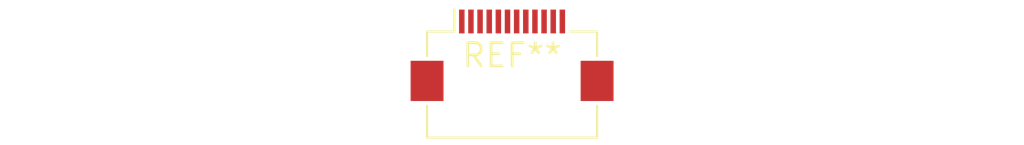
<source format=kicad_pcb>
(kicad_pcb (version 20240108) (generator pcbnew)
  (layers (0 "F.Cu" signal) (31 "B.Cu" signal) (34 "B.Paste" user) (35 "F.Paste" user) (36 "B.SilkS" user "B.Silkscreen") (37 "F.SilkS" user "F.Silkscreen") (38 "B.Mask" user) (39 "F.Mask" user) (44 "Edge.Cuts" user))
  (net 0 "")
  (footprint "Hirose_FH12-12S-0.5SH_1x12-1MP_P0.50mm_Horizontal" (layer "F.Cu") (at 0 0)
    (property "Reference" "REF**")
    (property "Value" "Hirose_FH12-12S-0.5SH_1x12-1MP_P0.50mm_Horizontal")
    (fp_line (start -4.65 -1.3) (end -4.65 0.04) (layer "F.SilkS") (stroke (width 0.12)))
    (fp_line (start -4.65 2.76) (end -4.65 4.5) (layer "F.SilkS") (stroke (width 0.12)))
    (fp_line (start -4.65 4.5) (end 4.65 4.5) (layer "F.SilkS") (stroke (width 0.12)))
    (fp_line (start -3.16 -1.3) (end -4.65 -1.3) (layer "F.SilkS") (stroke (width 0.12)))
    (fp_line (start -3.16 -1.3) (end -3.16 -2.5) (layer "F.SilkS") (stroke (width 0.12)))
    (fp_line (start 3.16 -1.3) (end 4.65 -1.3) (layer "F.SilkS") (stroke (width 0.12)))
    (fp_line (start 4.65 -1.3) (end 4.65 0.04) (layer "F.SilkS") (stroke (width 0.12)))
    (fp_line (start 4.65 4.5) (end 4.65 2.76) (layer "F.SilkS") (stroke (width 0.12)))
    (pad "1" smd rect (at -2.75 -1.85) (size 0.3 1.3) (layers "F.Cu" "F.Paste" "F.Mask"))
    (pad "2" smd rect (at -2.25 -1.85) (size 0.3 1.3) (layers "F.Cu" "F.Paste" "F.Mask"))
    (pad "3" smd rect (at -1.75 -1.85) (size 0.3 1.3) (layers "F.Cu" "F.Paste" "F.Mask"))
    (pad "4" smd rect (at -1.25 -1.85) (size 0.3 1.3) (layers "F.Cu" "F.Paste" "F.Mask"))
    (pad "5" smd rect (at -0.75 -1.85) (size 0.3 1.3) (layers "F.Cu" "F.Paste" "F.Mask"))
    (pad "6" smd rect (at -0.25 -1.85) (size 0.3 1.3) (layers "F.Cu" "F.Paste" "F.Mask"))
    (pad "7" smd rect (at 0.25 -1.85) (size 0.3 1.3) (layers "F.Cu" "F.Paste" "F.Mask"))
    (pad "8" smd rect (at 0.75 -1.85) (size 0.3 1.3) (layers "F.Cu" "F.Paste" "F.Mask"))
    (pad "9" smd rect (at 1.25 -1.85) (size 0.3 1.3) (layers "F.Cu" "F.Paste" "F.Mask"))
    (pad "10" smd rect (at 1.75 -1.85) (size 0.3 1.3) (layers "F.Cu" "F.Paste" "F.Mask"))
    (pad "11" smd rect (at 2.25 -1.85) (size 0.3 1.3) (layers "F.Cu" "F.Paste" "F.Mask"))
    (pad "12" smd rect (at 2.75 -1.85) (size 0.3 1.3) (layers "F.Cu" "F.Paste" "F.Mask"))
    (pad "MP" smd rect (at -4.65 1.4) (size 1.8 2.2) (layers "F.Cu" "F.Paste" "F.Mask"))
    (pad "MP" smd rect (at 4.65 1.4) (size 1.8 2.2) (layers "F.Cu" "F.Paste" "F.Mask"))
  )
)
</source>
